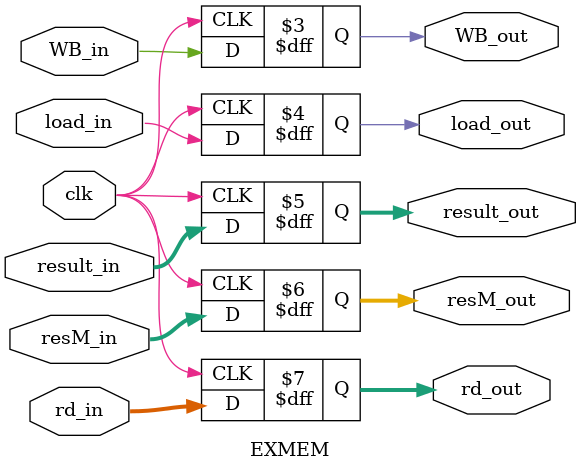
<source format=v>
module EXMEM(input clk, input WB_in, load_in, input [31:0] result_in, resM_in, input [4:0] rd_in,
			output reg WB_out, load_out, output reg [31:0] result_out, resM_out, output reg [4:0] rd_out);
	initial {WB_out, result_out, rd_out, resM_out, load_out} = 71'b 0;
	always @(posedge clk) begin
		WB_out = WB_in;
		result_out = result_in;
		rd_out = rd_in;
		resM_out = resM_in;
		load_out = load_in;
	end
endmodule

</source>
